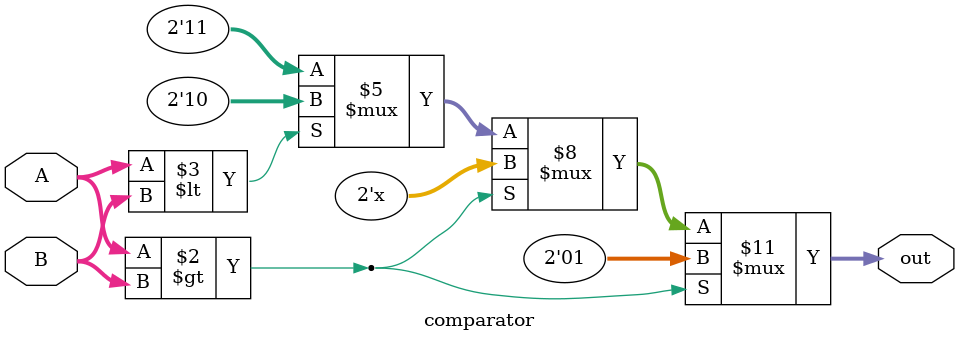
<source format=v>
module comparator (
    input [1:0] A,
    input [1:0] B,
    output reg [1:0] out
);

    always @(*) begin
        if (A > B) begin
            out = 2'b01;
        end else if (A < B) begin
            out = 2'b10;
        end else begin
            out = 2'b11;
        end
    end

endmodule
</source>
